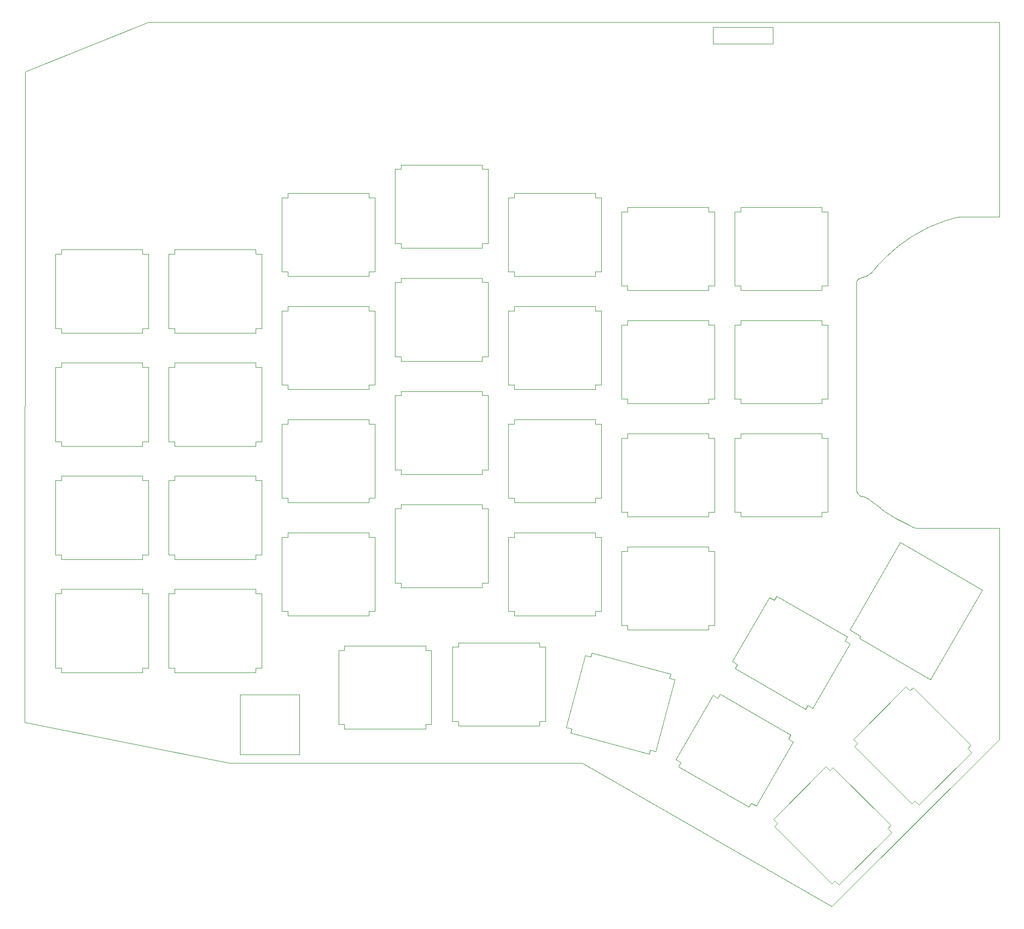
<source format=gbr>
%TF.GenerationSoftware,KiCad,Pcbnew,(6.0.0)*%
%TF.CreationDate,2021-12-27T00:33:36+08:00*%
%TF.ProjectId,TOP PLATE final,544f5020-504c-4415-9445-2066696e616c,rev?*%
%TF.SameCoordinates,Original*%
%TF.FileFunction,Profile,NP*%
%FSLAX46Y46*%
G04 Gerber Fmt 4.6, Leading zero omitted, Abs format (unit mm)*
G04 Created by KiCad (PCBNEW (6.0.0)) date 2021-12-27 00:33:36*
%MOMM*%
%LPD*%
G01*
G04 APERTURE LIST*
%TA.AperFunction,Profile*%
%ADD10C,0.100000*%
%TD*%
%TA.AperFunction,Profile*%
%ADD11C,0.120000*%
%TD*%
G04 APERTURE END LIST*
D10*
X120505000Y-30512500D02*
X108445000Y-30512500D01*
X222190000Y-63250000D02*
X221956750Y-63252635D01*
X205173607Y-73478679D02*
X204987732Y-73551649D01*
X207397471Y-72118852D02*
X207072484Y-72521434D01*
X120820000Y-30512500D02*
X223790000Y-30512500D01*
X228330000Y-30512500D02*
X228480000Y-30510000D01*
X206395713Y-73047694D02*
X206090763Y-73206488D01*
X64570000Y-61260000D02*
X64570000Y-51267500D01*
X206158323Y-110574395D02*
X206443979Y-110726814D01*
X205857618Y-110454360D02*
X206158323Y-110574395D01*
X211962557Y-114506232D02*
X212958991Y-115006843D01*
X228484788Y-149000000D02*
X228484788Y-151250000D01*
X111300000Y-155200000D02*
X98970000Y-155200000D01*
X204447458Y-74344163D02*
X204445312Y-74444006D01*
X204920000Y-134220000D02*
X216870000Y-141120000D01*
X203330000Y-132750000D02*
X205130000Y-133840000D01*
X64500000Y-142187500D02*
X64500000Y-143770000D01*
X98970000Y-155200000D02*
X64500000Y-148310000D01*
X204926993Y-110143311D02*
X205097791Y-110250976D01*
X228484788Y-115690000D02*
X228470000Y-115675212D01*
X228484788Y-61190000D02*
X228484788Y-57250003D01*
X180280000Y-31330000D02*
X180280000Y-34170000D01*
X210986794Y-113966438D02*
X211962557Y-114506232D01*
X206443979Y-110726814D02*
X206711114Y-110909764D01*
X210033241Y-113388313D02*
X210986794Y-113966438D01*
X218176068Y-64325532D02*
X217221169Y-64724153D01*
X207261957Y-111372589D02*
X208140000Y-112060000D01*
X64500000Y-143770000D02*
X64500000Y-148310000D01*
X204987732Y-73551649D02*
X204820000Y-73660000D01*
X64570000Y-38980000D02*
X64570000Y-38870000D01*
X212715158Y-67250957D02*
X211877024Y-67857803D01*
X208140000Y-112060000D02*
X209103404Y-112772768D01*
X207072484Y-72521434D02*
X206949479Y-72641545D01*
X209511435Y-69865547D02*
X208776414Y-70593885D01*
X211062892Y-68496490D02*
X210273972Y-69166070D01*
X212958991Y-115006843D02*
X213974524Y-115467480D01*
X180280000Y-31330000D02*
X190370000Y-31370000D01*
X225650000Y-126050000D02*
X211780000Y-118060000D01*
X221956750Y-63252635D02*
X221308252Y-63346375D01*
X211877024Y-67857803D02*
X211062892Y-68496490D01*
X228484788Y-118200000D02*
X228484788Y-149000000D01*
X204445312Y-109020246D02*
X204475480Y-109380433D01*
X108445000Y-30512500D02*
X85320000Y-30512500D01*
X228484788Y-116100000D02*
X228484788Y-115690000D01*
X64570000Y-61260000D02*
X64500000Y-129610000D01*
X204595166Y-109763939D02*
X204710000Y-109930000D01*
X228480000Y-61190000D02*
X228480000Y-63250000D01*
X219145617Y-63963997D02*
X218176068Y-64325532D01*
X220624943Y-63494796D02*
X220128375Y-63640085D01*
X206835151Y-111013817D02*
X207261957Y-111372589D01*
X214458423Y-66136343D02*
X213576051Y-66676853D01*
X204710000Y-109930000D02*
X204926993Y-110143311D01*
X180280000Y-34170000D02*
X190370000Y-34170000D01*
X204564581Y-73964429D02*
X204487022Y-74148437D01*
X210273972Y-69166070D02*
X209511435Y-69865547D01*
X64570000Y-38870000D02*
X64700000Y-38800000D01*
X216870000Y-141120000D02*
X225650000Y-126050000D01*
X220128375Y-63640085D02*
X219145617Y-63963997D01*
X205286693Y-110322246D02*
X205386010Y-110340469D01*
X205440492Y-73427309D02*
X205271558Y-73459217D01*
X217221169Y-64724153D02*
X216282337Y-65159268D01*
X204515922Y-109578241D02*
X204595166Y-109763939D01*
X209103404Y-112772768D02*
X210033241Y-113388313D01*
X216282337Y-65159268D02*
X215360965Y-65630231D01*
X158290000Y-155200000D02*
X158150000Y-155200000D01*
X85320000Y-30512500D02*
X64700000Y-38800000D01*
X228484788Y-118200000D02*
X228484788Y-116100000D01*
X204820000Y-73660000D02*
X204677060Y-73799437D01*
X204487022Y-74148437D02*
X204447458Y-74344163D01*
X205130000Y-133840000D02*
X204920000Y-134220000D01*
X205386010Y-110340469D02*
X205545524Y-110368169D01*
X228480000Y-57250003D02*
X228480000Y-30510000D01*
X213576051Y-66676853D02*
X212715158Y-67250957D01*
X206711114Y-110909764D02*
X206835151Y-111013817D01*
X208776414Y-70593885D02*
X208074230Y-71336081D01*
X214490000Y-115680000D02*
X228480000Y-115680000D01*
X205097791Y-110250976D02*
X205286693Y-110322246D01*
X64500000Y-129610000D02*
X64500000Y-142187500D01*
X208074230Y-71336081D02*
X207397471Y-72118852D01*
X206682943Y-72858727D02*
X206395713Y-73047694D01*
X211780000Y-118060000D02*
X203330000Y-132750000D01*
X204475480Y-109380433D02*
X204515922Y-109578241D01*
X111300000Y-155200000D02*
X157990000Y-155200000D01*
X213974524Y-115467480D02*
X214490000Y-115680000D01*
X157990000Y-155200000D02*
X158150000Y-155200000D01*
X158290000Y-155200000D02*
X200340000Y-179370000D01*
X228260000Y-63250000D02*
X222190000Y-63250000D01*
X228484788Y-151250000D02*
X200340000Y-179370000D01*
X206090763Y-73206488D02*
X205771253Y-73333465D01*
X206949479Y-72641545D02*
X206682943Y-72858727D01*
X220849847Y-63432903D02*
X220624943Y-63494796D01*
X100730000Y-143720000D02*
X110730000Y-143720000D01*
X110730000Y-143720000D02*
X110730000Y-153750000D01*
X110730000Y-153750000D02*
X100730000Y-153750000D01*
X100730000Y-153750000D02*
X100730000Y-143720000D01*
X64570000Y-38980000D02*
X64570000Y-51267500D01*
X204445312Y-74444006D02*
X204445312Y-109020246D01*
X223790000Y-30512500D02*
X228330000Y-30512500D01*
X120505000Y-30512500D02*
X120820000Y-30512500D01*
X205771253Y-73333465D02*
X205440492Y-73427309D01*
X205545524Y-110368169D02*
X205857618Y-110454360D01*
X215360965Y-65630231D02*
X214458423Y-66136343D01*
X190370000Y-34170000D02*
X190370000Y-31370000D01*
X221308252Y-63346375D02*
X220849847Y-63432903D01*
X228480000Y-63250000D02*
X228260000Y-63250000D01*
X204677060Y-73799437D02*
X204564581Y-73964429D01*
X205271558Y-73459217D02*
X205173607Y-73478679D01*
D11*
%TO.C,SW32*%
X84337499Y-82792000D02*
X70637499Y-82792000D01*
X84337499Y-82042000D02*
X84337499Y-82792000D01*
X85287499Y-82042000D02*
X84337499Y-82042000D01*
X70637499Y-82792000D02*
X70637499Y-82042000D01*
X85287499Y-69542000D02*
X85287499Y-82042000D01*
X84337499Y-69542000D02*
X85287499Y-69542000D01*
X70637499Y-82042000D02*
X69687499Y-82042000D01*
X70637499Y-69542000D02*
X70637499Y-68792000D01*
X70637499Y-68792000D02*
X84337499Y-68792000D01*
X69687499Y-82042000D02*
X69687499Y-69542000D01*
X69687499Y-69542000D02*
X70637499Y-69542000D01*
X84337499Y-68792000D02*
X84337499Y-69542000D01*
%TO.C,SW10*%
X180537500Y-119548250D02*
X180537500Y-132048250D01*
X164937500Y-119548250D02*
X165887500Y-119548250D01*
X179587500Y-132798250D02*
X165887500Y-132798250D01*
X165887500Y-132048250D02*
X164937500Y-132048250D01*
X164937500Y-132048250D02*
X164937500Y-119548250D01*
X165887500Y-132798250D02*
X165887500Y-132048250D01*
X179587500Y-119548250D02*
X180537500Y-119548250D01*
X179587500Y-118798250D02*
X179587500Y-119548250D01*
X165887500Y-118798250D02*
X179587500Y-118798250D01*
X180537500Y-132048250D02*
X179587500Y-132048250D01*
X165887500Y-119548250D02*
X165887500Y-118798250D01*
X179587500Y-132048250D02*
X179587500Y-132798250D01*
%TO.C,SW18*%
X142437500Y-74304500D02*
X142437500Y-86804500D01*
X127787500Y-86804500D02*
X126837500Y-86804500D01*
X127787500Y-87554500D02*
X127787500Y-86804500D01*
X141487500Y-73554500D02*
X141487500Y-74304500D01*
X126837500Y-74304500D02*
X127787500Y-74304500D01*
X127787500Y-74304500D02*
X127787500Y-73554500D01*
X142437500Y-86804500D02*
X141487500Y-86804500D01*
X141487500Y-74304500D02*
X142437500Y-74304500D01*
X127787500Y-73554500D02*
X141487500Y-73554500D01*
X126837500Y-86804500D02*
X126837500Y-74304500D01*
X141487500Y-87554500D02*
X127787500Y-87554500D01*
X141487500Y-86804500D02*
X141487500Y-87554500D01*
%TO.C,SW9*%
X179587500Y-99748250D02*
X179587500Y-100498250D01*
X180537500Y-100498250D02*
X180537500Y-112998250D01*
X164937500Y-112998250D02*
X164937500Y-100498250D01*
X179587500Y-113748250D02*
X165887500Y-113748250D01*
X165887500Y-100498250D02*
X165887500Y-99748250D01*
X165887500Y-112998250D02*
X164937500Y-112998250D01*
X164937500Y-100498250D02*
X165887500Y-100498250D01*
X165887500Y-113748250D02*
X165887500Y-112998250D01*
X165887500Y-99748250D02*
X179587500Y-99748250D01*
X179587500Y-100498250D02*
X180537500Y-100498250D01*
X179587500Y-112998250D02*
X179587500Y-113748250D01*
X180537500Y-112998250D02*
X179587500Y-112998250D01*
%TO.C,SW26*%
X152090000Y-135678250D02*
X152090000Y-148178250D01*
X151140000Y-148178250D02*
X151140000Y-148928250D01*
X151140000Y-135678250D02*
X152090000Y-135678250D01*
X137440000Y-135678250D02*
X137440000Y-134928250D01*
X151140000Y-148928250D02*
X137440000Y-148928250D01*
X136490000Y-135678250D02*
X137440000Y-135678250D01*
X136490000Y-148178250D02*
X136490000Y-135678250D01*
X151140000Y-134928250D02*
X151140000Y-135678250D01*
X152090000Y-148178250D02*
X151140000Y-148178250D01*
X137440000Y-134928250D02*
X151140000Y-134928250D01*
X137440000Y-148178250D02*
X136490000Y-148178250D01*
X137440000Y-148928250D02*
X137440000Y-148178250D01*
%TO.C,SW12*%
X145887500Y-60017000D02*
X146837500Y-60017000D01*
X145887500Y-72517000D02*
X145887500Y-60017000D01*
X146837500Y-72517000D02*
X145887500Y-72517000D01*
X160537500Y-72517000D02*
X160537500Y-73267000D01*
X146837500Y-59267000D02*
X160537500Y-59267000D01*
X160537500Y-59267000D02*
X160537500Y-60017000D01*
X161487500Y-60017000D02*
X161487500Y-72517000D01*
X146837500Y-73267000D02*
X146837500Y-72517000D01*
X161487500Y-72517000D02*
X160537500Y-72517000D01*
X146837500Y-60017000D02*
X146837500Y-59267000D01*
X160537500Y-73267000D02*
X146837500Y-73267000D01*
X160537500Y-60017000D02*
X161487500Y-60017000D01*
%TO.C,SW6*%
X201497369Y-175696745D02*
X200825617Y-175024994D01*
X199305337Y-155827045D02*
X199977089Y-156498796D01*
X210194782Y-165655829D02*
X209664452Y-166186159D01*
X190607924Y-165867961D02*
X191138254Y-165337631D01*
X200295287Y-175555324D02*
X190607924Y-165867961D01*
X209664452Y-166186159D02*
X210336203Y-166857911D01*
X199977089Y-156498796D02*
X200507419Y-155968466D01*
X210336203Y-166857911D02*
X201497369Y-175696745D01*
X191138254Y-165337631D02*
X190466503Y-164665879D01*
X200507419Y-155968466D02*
X210194782Y-165655829D01*
X190466503Y-164665879D02*
X199305337Y-155827045D01*
X200825617Y-175024994D02*
X200295287Y-175555324D01*
%TO.C,SW22*%
X122437500Y-73267000D02*
X108737500Y-73267000D01*
X122437500Y-59267000D02*
X122437500Y-60017000D01*
X123387500Y-60017000D02*
X123387500Y-72517000D01*
X107787500Y-72517000D02*
X107787500Y-60017000D01*
X108737500Y-73267000D02*
X108737500Y-72517000D01*
X122437500Y-60017000D02*
X123387500Y-60017000D01*
X108737500Y-60017000D02*
X108737500Y-59267000D01*
X108737500Y-59267000D02*
X122437500Y-59267000D01*
X123387500Y-72517000D02*
X122437500Y-72517000D01*
X108737500Y-72517000D02*
X107787500Y-72517000D01*
X107787500Y-60017000D02*
X108737500Y-60017000D01*
X122437500Y-72517000D02*
X122437500Y-73267000D01*
%TO.C,SW25*%
X122437500Y-116417000D02*
X122437500Y-117167000D01*
X107787500Y-117167000D02*
X108737500Y-117167000D01*
X122437500Y-117167000D02*
X123387500Y-117167000D01*
X107787500Y-129667000D02*
X107787500Y-117167000D01*
X123387500Y-117167000D02*
X123387500Y-129667000D01*
X108737500Y-129667000D02*
X107787500Y-129667000D01*
X108737500Y-116417000D02*
X122437500Y-116417000D01*
X122437500Y-130417000D02*
X108737500Y-130417000D01*
X123387500Y-129667000D02*
X122437500Y-129667000D01*
X122437500Y-129667000D02*
X122437500Y-130417000D01*
X108737500Y-117167000D02*
X108737500Y-116417000D01*
X108737500Y-130417000D02*
X108737500Y-129667000D01*
%TO.C,SW29*%
X89687500Y-120142000D02*
X88737500Y-120142000D01*
X89687500Y-106892000D02*
X103387500Y-106892000D01*
X104337500Y-120142000D02*
X103387500Y-120142000D01*
X89687500Y-107642000D02*
X89687500Y-106892000D01*
X103387500Y-120142000D02*
X103387500Y-120892000D01*
X103387500Y-120892000D02*
X89687500Y-120892000D01*
X89687500Y-120892000D02*
X89687500Y-120142000D01*
X104337500Y-107642000D02*
X104337500Y-120142000D01*
X103387500Y-107642000D02*
X104337500Y-107642000D01*
X103387500Y-106892000D02*
X103387500Y-107642000D01*
X88737500Y-120142000D02*
X88737500Y-107642000D01*
X88737500Y-107642000D02*
X89687500Y-107642000D01*
%TO.C,SW1*%
X184937499Y-75648250D02*
X184937499Y-74898250D01*
X184937499Y-62398250D02*
X184937499Y-61648250D01*
X184937499Y-61648250D02*
X198637499Y-61648250D01*
X198637499Y-75648250D02*
X184937499Y-75648250D01*
X184937499Y-74898250D02*
X183987499Y-74898250D01*
X199587499Y-74898250D02*
X198637499Y-74898250D01*
X198637499Y-61648250D02*
X198637499Y-62398250D01*
X183987499Y-62398250D02*
X184937499Y-62398250D01*
X199587499Y-62398250D02*
X199587499Y-74898250D01*
X198637499Y-62398250D02*
X199587499Y-62398250D01*
X183987499Y-74898250D02*
X183987499Y-62398250D01*
X198637499Y-74898250D02*
X198637499Y-75648250D01*
%TO.C,SW20*%
X142437500Y-124904500D02*
X141487500Y-124904500D01*
X127787500Y-112404500D02*
X127787500Y-111654500D01*
X141487500Y-124904500D02*
X141487500Y-125654500D01*
X126837500Y-112404500D02*
X127787500Y-112404500D01*
X126837500Y-124904500D02*
X126837500Y-112404500D01*
X127787500Y-111654500D02*
X141487500Y-111654500D01*
X127787500Y-124904500D02*
X126837500Y-124904500D01*
X142437500Y-112404500D02*
X142437500Y-124904500D01*
X127787500Y-125654500D02*
X127787500Y-124904500D01*
X141487500Y-125654500D02*
X127787500Y-125654500D01*
X141487500Y-111654500D02*
X141487500Y-112404500D01*
X141487500Y-112404500D02*
X142437500Y-112404500D01*
%TO.C,SW24*%
X108737500Y-110617000D02*
X107787500Y-110617000D01*
X108737500Y-98117000D02*
X108737500Y-97367000D01*
X122437500Y-111367000D02*
X108737500Y-111367000D01*
X108737500Y-97367000D02*
X122437500Y-97367000D01*
X123387500Y-110617000D02*
X122437500Y-110617000D01*
X122437500Y-98117000D02*
X123387500Y-98117000D01*
X123387500Y-98117000D02*
X123387500Y-110617000D01*
X122437500Y-97367000D02*
X122437500Y-98117000D01*
X107787500Y-110617000D02*
X107787500Y-98117000D01*
X108737500Y-111367000D02*
X108737500Y-110617000D01*
X122437500Y-110617000D02*
X122437500Y-111367000D01*
X107787500Y-98117000D02*
X108737500Y-98117000D01*
%TO.C,SW13*%
X146837500Y-79067000D02*
X146837500Y-78317000D01*
X160537500Y-92317000D02*
X146837500Y-92317000D01*
X146837500Y-78317000D02*
X160537500Y-78317000D01*
X145887500Y-79067000D02*
X146837500Y-79067000D01*
X146837500Y-92317000D02*
X146837500Y-91567000D01*
X160537500Y-91567000D02*
X160537500Y-92317000D01*
X161487500Y-79067000D02*
X161487500Y-91567000D01*
X160537500Y-78317000D02*
X160537500Y-79067000D01*
X145887500Y-91567000D02*
X145887500Y-79067000D01*
X146837500Y-91567000D02*
X145887500Y-91567000D01*
X161487500Y-91567000D02*
X160537500Y-91567000D01*
X160537500Y-79067000D02*
X161487500Y-79067000D01*
%TO.C,SW3*%
X199587499Y-112998250D02*
X198637499Y-112998250D01*
X184937499Y-100498250D02*
X184937499Y-99748250D01*
X184937499Y-112998250D02*
X183987499Y-112998250D01*
X198637499Y-99748250D02*
X198637499Y-100498250D01*
X199587499Y-100498250D02*
X199587499Y-112998250D01*
X183987499Y-112998250D02*
X183987499Y-100498250D01*
X183987499Y-100498250D02*
X184937499Y-100498250D01*
X184937499Y-113748250D02*
X184937499Y-112998250D01*
X198637499Y-100498250D02*
X199587499Y-100498250D01*
X198637499Y-113748250D02*
X184937499Y-113748250D01*
X198637499Y-112998250D02*
X198637499Y-113748250D01*
X184937499Y-99748250D02*
X198637499Y-99748250D01*
%TO.C,SW17*%
X142437500Y-67754500D02*
X141487500Y-67754500D01*
X127787500Y-68504500D02*
X127787500Y-67754500D01*
X127787500Y-67754500D02*
X126837500Y-67754500D01*
X141487500Y-55254500D02*
X142437500Y-55254500D01*
X127787500Y-55254500D02*
X127787500Y-54504500D01*
X141487500Y-68504500D02*
X127787500Y-68504500D01*
X141487500Y-67754500D02*
X141487500Y-68504500D01*
X127787500Y-54504500D02*
X141487500Y-54504500D01*
X141487500Y-54504500D02*
X141487500Y-55254500D01*
X142437500Y-55254500D02*
X142437500Y-67754500D01*
X126837500Y-67754500D02*
X126837500Y-55254500D01*
X126837500Y-55254500D02*
X127787500Y-55254500D01*
%TO.C,SW11*%
X202886648Y-133987539D02*
X202511648Y-134637058D01*
X191022100Y-127137539D02*
X202886648Y-133987539D01*
X202511648Y-134637058D02*
X203334372Y-135112058D01*
X189824376Y-127312058D02*
X190647100Y-127787058D01*
X203334372Y-135112058D02*
X197084372Y-145937376D01*
X184022100Y-139261895D02*
X184397100Y-138612376D01*
X197084372Y-145937376D02*
X196261648Y-145462376D01*
X184397100Y-138612376D02*
X183574376Y-138137376D01*
X183574376Y-138137376D02*
X189824376Y-127312058D01*
X195886648Y-146111895D02*
X184022100Y-139261895D01*
X196261648Y-145462376D02*
X195886648Y-146111895D01*
X190647100Y-127787058D02*
X191022100Y-127137539D01*
%TO.C,SW21*%
X173899188Y-141158799D02*
X170663950Y-153232872D01*
X156513137Y-149441173D02*
X155595508Y-149195295D01*
X156319023Y-150165617D02*
X156513137Y-149441173D01*
X172981559Y-140912921D02*
X173899188Y-141158799D01*
X169552207Y-153711438D02*
X156319023Y-150165617D01*
X169746321Y-152986994D02*
X169552207Y-153711438D01*
X159748375Y-137367100D02*
X159942489Y-136642656D01*
X158830746Y-137121222D02*
X159748375Y-137367100D01*
X170663950Y-153232872D02*
X169746321Y-152986994D01*
X159942489Y-136642656D02*
X173175673Y-140188477D01*
X155595508Y-149195295D02*
X158830746Y-137121222D01*
X173175673Y-140188477D02*
X172981559Y-140912921D01*
%TO.C,SW14*%
X161487500Y-98117000D02*
X161487500Y-110617000D01*
X160537500Y-111367000D02*
X146837500Y-111367000D01*
X146837500Y-110617000D02*
X145887500Y-110617000D01*
X146837500Y-111367000D02*
X146837500Y-110617000D01*
X146837500Y-97367000D02*
X160537500Y-97367000D01*
X160537500Y-110617000D02*
X160537500Y-111367000D01*
X160537500Y-98117000D02*
X161487500Y-98117000D01*
X160537500Y-97367000D02*
X160537500Y-98117000D01*
X145887500Y-98117000D02*
X146837500Y-98117000D01*
X145887500Y-110617000D02*
X145887500Y-98117000D01*
X161487500Y-110617000D02*
X160537500Y-110617000D01*
X146837500Y-98117000D02*
X146837500Y-97367000D01*
%TO.C,SW35*%
X70637499Y-125942000D02*
X84337499Y-125942000D01*
X84337499Y-139942000D02*
X70637499Y-139942000D01*
X84337499Y-125942000D02*
X84337499Y-126692000D01*
X84337499Y-139192000D02*
X84337499Y-139942000D01*
X70637499Y-139192000D02*
X69687499Y-139192000D01*
X85287499Y-126692000D02*
X85287499Y-139192000D01*
X69687499Y-126692000D02*
X70637499Y-126692000D01*
X70637499Y-139942000D02*
X70637499Y-139192000D01*
X84337499Y-126692000D02*
X85287499Y-126692000D01*
X70637499Y-126692000D02*
X70637499Y-125942000D01*
X69687499Y-139192000D02*
X69687499Y-126692000D01*
X85287499Y-139192000D02*
X84337499Y-139192000D01*
%TO.C,SW8*%
X180537500Y-93948250D02*
X179587500Y-93948250D01*
X179587500Y-93948250D02*
X179587500Y-94698250D01*
X165887500Y-94698250D02*
X165887500Y-93948250D01*
X165887500Y-80698250D02*
X179587500Y-80698250D01*
X180537500Y-81448250D02*
X180537500Y-93948250D01*
X165887500Y-81448250D02*
X165887500Y-80698250D01*
X164937500Y-81448250D02*
X165887500Y-81448250D01*
X179587500Y-80698250D02*
X179587500Y-81448250D01*
X164937500Y-93948250D02*
X164937500Y-81448250D01*
X179587500Y-94698250D02*
X165887500Y-94698250D01*
X165887500Y-93948250D02*
X164937500Y-93948250D01*
X179587500Y-81448250D02*
X180537500Y-81448250D01*
%TO.C,SW28*%
X103387500Y-87842000D02*
X103387500Y-88592000D01*
X89687500Y-101842000D02*
X89687500Y-101092000D01*
X89687500Y-88592000D02*
X89687500Y-87842000D01*
X88737500Y-101092000D02*
X88737500Y-88592000D01*
X103387500Y-101092000D02*
X103387500Y-101842000D01*
X89687500Y-87842000D02*
X103387500Y-87842000D01*
X103387500Y-101842000D02*
X89687500Y-101842000D01*
X89687500Y-101092000D02*
X88737500Y-101092000D01*
X103387500Y-88592000D02*
X104337500Y-88592000D01*
X104337500Y-101092000D02*
X103387500Y-101092000D01*
X104337500Y-88592000D02*
X104337500Y-101092000D01*
X88737500Y-88592000D02*
X89687500Y-88592000D01*
%TO.C,SW4*%
X212775721Y-142356662D02*
X213447473Y-143028413D01*
X213977803Y-142498083D02*
X223665166Y-152185446D01*
X223665166Y-152185446D02*
X223134836Y-152715776D01*
X204078308Y-152397578D02*
X204608638Y-151867248D01*
X203936887Y-151195496D02*
X212775721Y-142356662D01*
X223134836Y-152715776D02*
X223806587Y-153387528D01*
X214296001Y-161554611D02*
X213765671Y-162084941D01*
X213447473Y-143028413D02*
X213977803Y-142498083D01*
X214967753Y-162226362D02*
X214296001Y-161554611D01*
X223806587Y-153387528D02*
X214967753Y-162226362D01*
X213765671Y-162084941D02*
X204078308Y-152397578D01*
X204608638Y-151867248D02*
X203936887Y-151195496D01*
%TO.C,SW23*%
X108737500Y-92317000D02*
X108737500Y-91567000D01*
X122437500Y-78317000D02*
X122437500Y-79067000D01*
X108737500Y-78317000D02*
X122437500Y-78317000D01*
X122437500Y-79067000D02*
X123387500Y-79067000D01*
X107787500Y-91567000D02*
X107787500Y-79067000D01*
X108737500Y-91567000D02*
X107787500Y-91567000D01*
X122437500Y-91567000D02*
X122437500Y-92317000D01*
X107787500Y-79067000D02*
X108737500Y-79067000D01*
X123387500Y-79067000D02*
X123387500Y-91567000D01*
X123387500Y-91567000D02*
X122437500Y-91567000D01*
X108737500Y-79067000D02*
X108737500Y-78317000D01*
X122437500Y-92317000D02*
X108737500Y-92317000D01*
%TO.C,SW34*%
X69687499Y-120141999D02*
X69687499Y-107641999D01*
X69687499Y-107641999D02*
X70637499Y-107641999D01*
X70637499Y-107641999D02*
X70637499Y-106891999D01*
X70637499Y-106891999D02*
X84337499Y-106891999D01*
X70637499Y-120141999D02*
X69687499Y-120141999D01*
X84337499Y-106891999D02*
X84337499Y-107641999D01*
X84337499Y-107641999D02*
X85287499Y-107641999D01*
X84337499Y-120891999D02*
X70637499Y-120891999D01*
X85287499Y-107641999D02*
X85287499Y-120141999D01*
X85287499Y-120141999D02*
X84337499Y-120141999D01*
X84337499Y-120141999D02*
X84337499Y-120891999D01*
X70637499Y-120891999D02*
X70637499Y-120141999D01*
%TO.C,SW15*%
X146837500Y-117167000D02*
X146837500Y-116417000D01*
X160537500Y-117167000D02*
X161487500Y-117167000D01*
X160537500Y-130417000D02*
X146837500Y-130417000D01*
X160537500Y-116417000D02*
X160537500Y-117167000D01*
X161487500Y-129667000D02*
X160537500Y-129667000D01*
X146837500Y-129667000D02*
X145887500Y-129667000D01*
X145887500Y-129667000D02*
X145887500Y-117167000D01*
X161487500Y-117167000D02*
X161487500Y-129667000D01*
X160537500Y-129667000D02*
X160537500Y-130417000D01*
X145887500Y-117167000D02*
X146837500Y-117167000D01*
X146837500Y-130417000D02*
X146837500Y-129667000D01*
X146837500Y-116417000D02*
X160537500Y-116417000D01*
%TO.C,SW2*%
X198637499Y-81448250D02*
X199587499Y-81448250D01*
X184937499Y-80698250D02*
X198637499Y-80698250D01*
X198637499Y-94698250D02*
X184937499Y-94698250D01*
X198637499Y-93948250D02*
X198637499Y-94698250D01*
X183987499Y-81448250D02*
X184937499Y-81448250D01*
X184937499Y-93948250D02*
X183987499Y-93948250D01*
X198637499Y-80698250D02*
X198637499Y-81448250D01*
X199587499Y-93948250D02*
X198637499Y-93948250D01*
X183987499Y-93948250D02*
X183987499Y-81448250D01*
X184937499Y-81448250D02*
X184937499Y-80698250D01*
X199587499Y-81448250D02*
X199587499Y-93948250D01*
X184937499Y-94698250D02*
X184937499Y-93948250D01*
%TO.C,SW31*%
X117312500Y-148717000D02*
X117312500Y-136217000D01*
X118262500Y-149467000D02*
X118262500Y-148717000D01*
X118262500Y-148717000D02*
X117312500Y-148717000D01*
X131962500Y-148717000D02*
X131962500Y-149467000D01*
X132912500Y-148717000D02*
X131962500Y-148717000D01*
X118262500Y-135467000D02*
X131962500Y-135467000D01*
X132912500Y-136217000D02*
X132912500Y-148717000D01*
X131962500Y-136217000D02*
X132912500Y-136217000D01*
X117312500Y-136217000D02*
X118262500Y-136217000D01*
X131962500Y-135467000D02*
X131962500Y-136217000D01*
X131962500Y-149467000D02*
X118262500Y-149467000D01*
X118262500Y-136217000D02*
X118262500Y-135467000D01*
%TO.C,SW19*%
X141487500Y-106604500D02*
X127787500Y-106604500D01*
X127787500Y-106604500D02*
X127787500Y-105854500D01*
X127787500Y-105854500D02*
X126837500Y-105854500D01*
X141487500Y-92604500D02*
X141487500Y-93354500D01*
X127787500Y-93354500D02*
X127787500Y-92604500D01*
X141487500Y-93354500D02*
X142437500Y-93354500D01*
X142437500Y-93354500D02*
X142437500Y-105854500D01*
X126837500Y-93354500D02*
X127787500Y-93354500D01*
X127787500Y-92604500D02*
X141487500Y-92604500D01*
X141487500Y-105854500D02*
X141487500Y-106604500D01*
X126837500Y-105854500D02*
X126837500Y-93354500D01*
X142437500Y-105854500D02*
X141487500Y-105854500D01*
%TO.C,SW30*%
X89687500Y-139192000D02*
X88737500Y-139192000D01*
X103387500Y-126692000D02*
X104337500Y-126692000D01*
X104337500Y-139192000D02*
X103387500Y-139192000D01*
X88737500Y-139192000D02*
X88737500Y-126692000D01*
X89687500Y-126692000D02*
X89687500Y-125942000D01*
X104337500Y-126692000D02*
X104337500Y-139192000D01*
X89687500Y-125942000D02*
X103387500Y-125942000D01*
X89687500Y-139942000D02*
X89687500Y-139192000D01*
X103387500Y-139192000D02*
X103387500Y-139942000D01*
X88737500Y-126692000D02*
X89687500Y-126692000D01*
X103387500Y-125942000D02*
X103387500Y-126692000D01*
X103387500Y-139942000D02*
X89687500Y-139942000D01*
%TO.C,SW16*%
X174497100Y-155759678D02*
X174872100Y-155110159D01*
X187559372Y-162435159D02*
X186736648Y-161960159D01*
X193809372Y-151609841D02*
X187559372Y-162435159D01*
X181497100Y-143635322D02*
X193361648Y-150485322D01*
X181122100Y-144284841D02*
X181497100Y-143635322D01*
X186736648Y-161960159D02*
X186361648Y-162609678D01*
X180299376Y-143809841D02*
X181122100Y-144284841D01*
X193361648Y-150485322D02*
X192986648Y-151134841D01*
X186361648Y-162609678D02*
X174497100Y-155759678D01*
X192986648Y-151134841D02*
X193809372Y-151609841D01*
X174872100Y-155110159D02*
X174049376Y-154635159D01*
X174049376Y-154635159D02*
X180299376Y-143809841D01*
%TO.C,SW33*%
X70637499Y-88591999D02*
X70637499Y-87841999D01*
X70637499Y-101091999D02*
X69687499Y-101091999D01*
X84337499Y-88591999D02*
X85287499Y-88591999D01*
X70637499Y-87841999D02*
X84337499Y-87841999D01*
X84337499Y-101091999D02*
X84337499Y-101841999D01*
X69687499Y-101091999D02*
X69687499Y-88591999D01*
X85287499Y-88591999D02*
X85287499Y-101091999D01*
X85287499Y-101091999D02*
X84337499Y-101091999D01*
X69687499Y-88591999D02*
X70637499Y-88591999D01*
X84337499Y-101841999D02*
X70637499Y-101841999D01*
X70637499Y-101841999D02*
X70637499Y-101091999D01*
X84337499Y-87841999D02*
X84337499Y-88591999D01*
%TO.C,SW7*%
X179587500Y-62398250D02*
X180537500Y-62398250D01*
X165887500Y-62398250D02*
X165887500Y-61648250D01*
X180537500Y-74898250D02*
X179587500Y-74898250D01*
X179587500Y-75648250D02*
X165887500Y-75648250D01*
X179587500Y-74898250D02*
X179587500Y-75648250D01*
X179587500Y-61648250D02*
X179587500Y-62398250D01*
X165887500Y-61648250D02*
X179587500Y-61648250D01*
X165887500Y-75648250D02*
X165887500Y-74898250D01*
X164937500Y-74898250D02*
X164937500Y-62398250D01*
X164937500Y-62398250D02*
X165887500Y-62398250D01*
X180537500Y-62398250D02*
X180537500Y-74898250D01*
X165887500Y-74898250D02*
X164937500Y-74898250D01*
%TO.C,SW27*%
X88737500Y-69542000D02*
X89687500Y-69542000D01*
X89687500Y-69542000D02*
X89687500Y-68792000D01*
X89687500Y-82792000D02*
X89687500Y-82042000D01*
X88737500Y-82042000D02*
X88737500Y-69542000D01*
X89687500Y-82042000D02*
X88737500Y-82042000D01*
X103387500Y-68792000D02*
X103387500Y-69542000D01*
X103387500Y-69542000D02*
X104337500Y-69542000D01*
X103387500Y-82042000D02*
X103387500Y-82792000D01*
X104337500Y-82042000D02*
X103387500Y-82042000D01*
X89687500Y-68792000D02*
X103387500Y-68792000D01*
X104337500Y-69542000D02*
X104337500Y-82042000D01*
X103387500Y-82792000D02*
X89687500Y-82792000D01*
%TD*%
M02*

</source>
